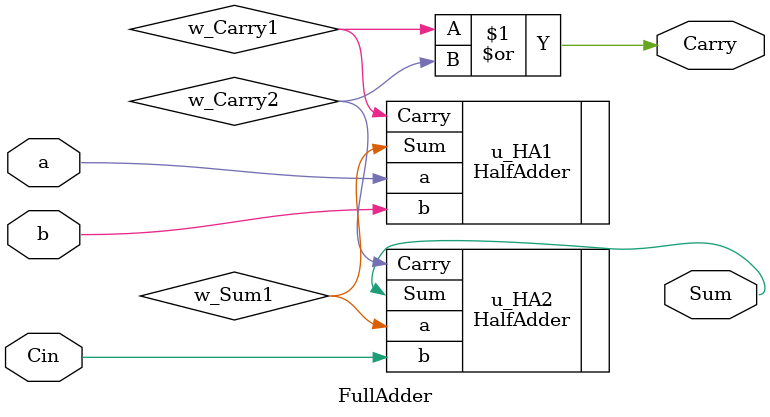
<source format=v>
`timescale 1ns / 1ps


module FullAdder(
    input Cin,
    input a,
    input b,
    output Sum,
    output Carry
    );

    wire w_Sum1, w_Carry1, w_Carry2;

    // Instantiate two HalfAdders
    // First HalfAdder computes the sum of a and b
    HalfAdder u_HA1 (
        .a(a),
        .b(b),
        .Sum(w_Sum1),
        .Carry(w_Carry1)
    );
    // Second HalfAdder computes the sum of w_Sum1 and Cin
    HalfAdder u_HA2 (
        .a(w_Sum1),
        .b(Cin),
        .Sum(Sum),
        .Carry(w_Carry2)
    );

    // Final Carry is the OR of the two Carry outputs
    assign Carry = w_Carry1 | w_Carry2; 
    
endmodule

</source>
